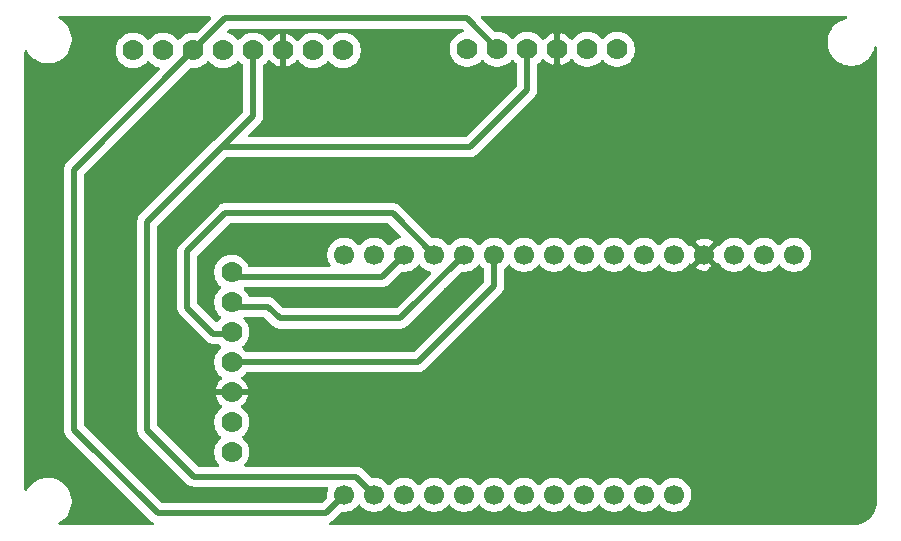
<source format=gbr>
%TF.GenerationSoftware,KiCad,Pcbnew,9.0.7*%
%TF.CreationDate,2026-02-04T09:14:49-08:00*%
%TF.ProjectId,BasicDatalogger,42617369-6344-4617-9461-6c6f67676572,rev?*%
%TF.SameCoordinates,Original*%
%TF.FileFunction,Copper,L3,Inr*%
%TF.FilePolarity,Positive*%
%FSLAX46Y46*%
G04 Gerber Fmt 4.6, Leading zero omitted, Abs format (unit mm)*
G04 Created by KiCad (PCBNEW 9.0.7) date 2026-02-04 09:14:49*
%MOMM*%
%LPD*%
G01*
G04 APERTURE LIST*
%TA.AperFunction,ComponentPad*%
%ADD10C,1.700000*%
%TD*%
%TA.AperFunction,ComponentPad*%
%ADD11C,1.778000*%
%TD*%
%TA.AperFunction,ViaPad*%
%ADD12C,0.900000*%
%TD*%
%TA.AperFunction,Conductor*%
%ADD13C,0.500000*%
%TD*%
G04 APERTURE END LIST*
D10*
%TO.N,unconnected-(U1-RESET-Pad1)*%
%TO.C,U1*%
X139080000Y-50000000D03*
%TO.N,/3V3*%
X136540000Y-50000000D03*
X134000000Y-50000000D03*
%TO.N,/GND*%
X131460000Y-50000000D03*
%TO.N,unconnected-(U1-A0{slash}GPIO26-Pad5)*%
X128920000Y-50000000D03*
%TO.N,unconnected-(U1-A1{slash}GPIO27-Pad6)*%
X126380000Y-50000000D03*
%TO.N,unconnected-(U1-A2{slash}GPIO28-Pad7)*%
X123840000Y-50000000D03*
%TO.N,unconnected-(U1-A3{slash}GPIO29-Pad8)*%
X121300000Y-50000000D03*
%TO.N,unconnected-(U1-D24{slash}GPIO24-Pad9)*%
X118760000Y-50000000D03*
%TO.N,unconnected-(U1-D25{slash}GPIO25-Pad10)*%
X116220000Y-50000000D03*
%TO.N,/SCK*%
X113680000Y-50000000D03*
%TO.N,/MOSI*%
X111140000Y-50000000D03*
%TO.N,/MISO*%
X108600000Y-50000000D03*
%TO.N,/CS*%
X106060000Y-50000000D03*
%TO.N,unconnected-(U1-TX{slash}GPIO0-Pad15)*%
X103520000Y-50000000D03*
%TO.N,unconnected-(U1-D4{slash}GPIO6-Pad16)*%
X100980000Y-50000000D03*
%TO.N,/SDA*%
X100980000Y-70320000D03*
%TO.N,/SCL*%
X103520000Y-70320000D03*
%TO.N,unconnected-(U1-D5{slash}GPIO7-Pad19)*%
X106060000Y-70320000D03*
%TO.N,unconnected-(U1-D6{slash}GPIO8-Pad20)*%
X108600000Y-70320000D03*
%TO.N,unconnected-(U1-D9{slash}GPIO9-Pad21)*%
X111140000Y-70320000D03*
%TO.N,unconnected-(U1-D10{slash}GPIO10-Pad22)*%
X113680000Y-70320000D03*
%TO.N,unconnected-(U1-D11{slash}GPIO11-Pad23)*%
X116220000Y-70320000D03*
%TO.N,unconnected-(U1-D12{slash}GPIO12-Pad24)*%
X118760000Y-70320000D03*
%TO.N,unconnected-(U1-D13{slash}GPIO13-Pad25)*%
X121300000Y-70320000D03*
%TO.N,unconnected-(U1-Vbus-Pad26)*%
X123840000Y-70320000D03*
%TO.N,unconnected-(U1-ENABLE-Pad27)*%
X126380000Y-70320000D03*
%TO.N,unconnected-(U1-VBat-Pad28)*%
X128920000Y-70320000D03*
%TD*%
D11*
%TO.N,/3V3*%
%TO.C,U2*%
X100890000Y-32700000D03*
%TO.N,unconnected-(U2-3Vo-Pad2)*%
X98350000Y-32700000D03*
%TO.N,/GND*%
X95810000Y-32700000D03*
%TO.N,/SCL*%
X93270000Y-32700000D03*
%TO.N,unconnected-(U2-SDO-Pad5)*%
X90730000Y-32700000D03*
%TO.N,/SDA*%
X88190000Y-32700000D03*
%TO.N,unconnected-(U2-CS-Pad7)*%
X85650000Y-32700000D03*
%TO.N,unconnected-(U2-INT-Pad8)*%
X83110000Y-32700000D03*
%TD*%
%TO.N,/3V3*%
%TO.C,U4*%
X91450000Y-66720000D03*
%TO.N,unconnected-(U4-3V3-Pad2)*%
X91450000Y-64180000D03*
%TO.N,/GND*%
X91450000Y-61640000D03*
%TO.N,/SCK*%
X91450000Y-59100000D03*
%TO.N,/MISO*%
X91450000Y-56560000D03*
%TO.N,/MOSI*%
X91450000Y-54020000D03*
%TO.N,/CS*%
X91450000Y-51480000D03*
%TD*%
%TO.N,/3V3*%
%TO.C,U3*%
X124100000Y-32600000D03*
%TO.N,unconnected-(U3-3Vo-Pad2)*%
X121560000Y-32600000D03*
%TO.N,/GND*%
X119020000Y-32600000D03*
%TO.N,/SCL*%
X116480000Y-32600000D03*
%TO.N,/SDA*%
X113940000Y-32600000D03*
%TO.N,unconnected-(U3-INT2-Pad6)*%
X111400000Y-32600000D03*
%TD*%
D12*
%TO.N,/GND*%
X132200000Y-51400000D03*
X132600000Y-48200000D03*
X109600000Y-63400000D03*
X100600000Y-63400000D03*
X119000000Y-31000000D03*
X80800000Y-34800000D03*
X109800000Y-53200000D03*
X126200000Y-60800000D03*
X132600000Y-53800000D03*
X93400000Y-61700000D03*
X80200000Y-54200000D03*
X97900000Y-53800000D03*
X79700000Y-70900000D03*
X97100000Y-49800000D03*
X88400000Y-38200000D03*
X123600000Y-45400000D03*
X89800000Y-62600000D03*
X97000000Y-70400000D03*
X95800000Y-34400000D03*
X119000000Y-34200000D03*
%TD*%
D13*
%TO.N,/SCL*%
X93270000Y-38230000D02*
X90600000Y-40900000D01*
X93270000Y-32700000D02*
X93270000Y-38230000D01*
%TO.N,/SDA*%
X88190000Y-32700000D02*
X78100000Y-42790000D01*
X78100000Y-42790000D02*
X78100000Y-64800000D01*
X91800000Y-30000000D02*
X90890000Y-30000000D01*
X91800000Y-30000000D02*
X111340000Y-30000000D01*
X90890000Y-30000000D02*
X88190000Y-32700000D01*
%TO.N,/SCL*%
X116480000Y-32600000D02*
X116480000Y-36020000D01*
X116480000Y-36020000D02*
X111600000Y-40900000D01*
%TO.N,/SCK*%
X91980000Y-59100000D02*
X107200000Y-59100000D01*
%TO.N,/CS*%
X104171001Y-51888999D02*
X106060000Y-50000000D01*
X91500000Y-51000000D02*
X91500000Y-51480000D01*
X91500000Y-51480000D02*
X91908999Y-51888999D01*
X91908999Y-51888999D02*
X104171001Y-51888999D01*
%TO.N,/SCK*%
X107200000Y-59100000D02*
X113680000Y-52620000D01*
X113680000Y-52620000D02*
X113680000Y-50000000D01*
X91500000Y-58620000D02*
X91980000Y-59100000D01*
%TO.N,/MOSI*%
X94500000Y-54400000D02*
X91830000Y-54400000D01*
X105740000Y-55400000D02*
X95500000Y-55400000D01*
X95500000Y-55400000D02*
X94500000Y-54400000D01*
X111140000Y-50000000D02*
X105740000Y-55400000D01*
X91830000Y-54400000D02*
X91450000Y-54020000D01*
%TO.N,/MISO*%
X90900000Y-46500000D02*
X105100000Y-46500000D01*
X105100000Y-46500000D02*
X108600000Y-50000000D01*
X87700000Y-54500000D02*
X87700000Y-49700000D01*
X87700000Y-49700000D02*
X90900000Y-46500000D01*
X89900000Y-56700000D02*
X87700000Y-54500000D01*
X91360000Y-56700000D02*
X89900000Y-56700000D01*
X91500000Y-56560000D02*
X91360000Y-56700000D01*
%TO.N,/SCL*%
X111600000Y-40900000D02*
X103100000Y-40900000D01*
X102000000Y-68800000D02*
X103520000Y-70320000D01*
X84300000Y-64800000D02*
X88300000Y-68800000D01*
X88300000Y-68800000D02*
X102000000Y-68800000D01*
X100100000Y-40900000D02*
X90600000Y-40900000D01*
X84300000Y-47200000D02*
X84300000Y-64800000D01*
X90600000Y-40900000D02*
X84300000Y-47200000D01*
X103100000Y-40900000D02*
X100100000Y-40900000D01*
%TO.N,/SDA*%
X111340000Y-30000000D02*
X113940000Y-32600000D01*
X78100000Y-64800000D02*
X85200000Y-71900000D01*
X85200000Y-71900000D02*
X99400000Y-71900000D01*
X99400000Y-71900000D02*
X100980000Y-70320000D01*
%TD*%
%TA.AperFunction,Conductor*%
%TO.N,/GND*%
G36*
X89654388Y-29820185D02*
G01*
X89700143Y-29872989D01*
X89710087Y-29942147D01*
X89681062Y-30005703D01*
X89675030Y-30012181D01*
X88498212Y-31188997D01*
X88436889Y-31222482D01*
X88391133Y-31223789D01*
X88307231Y-31210500D01*
X88307226Y-31210500D01*
X88072774Y-31210500D01*
X88072769Y-31210500D01*
X87841207Y-31247175D01*
X87618225Y-31319627D01*
X87409331Y-31426065D01*
X87357291Y-31463875D01*
X87219656Y-31563873D01*
X87219654Y-31563875D01*
X87219653Y-31563875D01*
X87053872Y-31729656D01*
X87020317Y-31775841D01*
X86964987Y-31818506D01*
X86895373Y-31824484D01*
X86833579Y-31791877D01*
X86819683Y-31775841D01*
X86786127Y-31729656D01*
X86620346Y-31563875D01*
X86620344Y-31563873D01*
X86430668Y-31426065D01*
X86221774Y-31319627D01*
X85998792Y-31247175D01*
X85767231Y-31210500D01*
X85767226Y-31210500D01*
X85532774Y-31210500D01*
X85532769Y-31210500D01*
X85301207Y-31247175D01*
X85078225Y-31319627D01*
X84869331Y-31426065D01*
X84817291Y-31463875D01*
X84679656Y-31563873D01*
X84679654Y-31563875D01*
X84679653Y-31563875D01*
X84513872Y-31729656D01*
X84480317Y-31775841D01*
X84424987Y-31818506D01*
X84355373Y-31824484D01*
X84293579Y-31791877D01*
X84279683Y-31775841D01*
X84246127Y-31729656D01*
X84080346Y-31563875D01*
X84080344Y-31563873D01*
X83890668Y-31426065D01*
X83681774Y-31319627D01*
X83458792Y-31247175D01*
X83227231Y-31210500D01*
X83227226Y-31210500D01*
X82992774Y-31210500D01*
X82992769Y-31210500D01*
X82761207Y-31247175D01*
X82538225Y-31319627D01*
X82329331Y-31426065D01*
X82277291Y-31463875D01*
X82139656Y-31563873D01*
X82139654Y-31563875D01*
X82139653Y-31563875D01*
X81973875Y-31729653D01*
X81973875Y-31729654D01*
X81973873Y-31729656D01*
X81940318Y-31775841D01*
X81836065Y-31919331D01*
X81729627Y-32128225D01*
X81657175Y-32351207D01*
X81620500Y-32582768D01*
X81620500Y-32817231D01*
X81657175Y-33048792D01*
X81729627Y-33271774D01*
X81814665Y-33438669D01*
X81836065Y-33480668D01*
X81973873Y-33670344D01*
X82139656Y-33836127D01*
X82329332Y-33973935D01*
X82353755Y-33986379D01*
X82538225Y-34080372D01*
X82538227Y-34080372D01*
X82538230Y-34080374D01*
X82657752Y-34119209D01*
X82761207Y-34152824D01*
X82992769Y-34189500D01*
X82992774Y-34189500D01*
X83227231Y-34189500D01*
X83458792Y-34152824D01*
X83475245Y-34147478D01*
X83681770Y-34080374D01*
X83890668Y-33973935D01*
X84080344Y-33836127D01*
X84246127Y-33670344D01*
X84279682Y-33624158D01*
X84335011Y-33581493D01*
X84404625Y-33575514D01*
X84466420Y-33608119D01*
X84480315Y-33624155D01*
X84513873Y-33670344D01*
X84679656Y-33836127D01*
X84869332Y-33973935D01*
X85078230Y-34080374D01*
X85284757Y-34147478D01*
X85342432Y-34186915D01*
X85369630Y-34251274D01*
X85357715Y-34320120D01*
X85334119Y-34353090D01*
X77439375Y-42247834D01*
X77439372Y-42247838D01*
X77346299Y-42387130D01*
X77346292Y-42387143D01*
X77300962Y-42496583D01*
X77282185Y-42541913D01*
X77282182Y-42541925D01*
X77249500Y-42706228D01*
X77249500Y-64883771D01*
X77264796Y-64960668D01*
X77282181Y-65048073D01*
X77282184Y-65048082D01*
X77346296Y-65202863D01*
X77346297Y-65202866D01*
X77439372Y-65342161D01*
X77439375Y-65342165D01*
X84539374Y-72442162D01*
X84633644Y-72536432D01*
X84657839Y-72560627D01*
X84727015Y-72606849D01*
X84797137Y-72653703D01*
X84797138Y-72653703D01*
X84797139Y-72653704D01*
X84797141Y-72653705D01*
X84814605Y-72660939D01*
X84869009Y-72704780D01*
X84891074Y-72771074D01*
X84873795Y-72838773D01*
X84822658Y-72886384D01*
X84767153Y-72899500D01*
X76900538Y-72899500D01*
X76833499Y-72879815D01*
X76787744Y-72827011D01*
X76777800Y-72757853D01*
X76806825Y-72694297D01*
X76838538Y-72668113D01*
X77013803Y-72566924D01*
X77022013Y-72560624D01*
X77221851Y-72407282D01*
X77221855Y-72407277D01*
X77221860Y-72407274D01*
X77407274Y-72221860D01*
X77407277Y-72221855D01*
X77407282Y-72221851D01*
X77566924Y-72013803D01*
X77698043Y-71786697D01*
X77798398Y-71544419D01*
X77866270Y-71291116D01*
X77900500Y-71031120D01*
X77900500Y-70768880D01*
X77866270Y-70508884D01*
X77798398Y-70255581D01*
X77777796Y-70205843D01*
X77698046Y-70013309D01*
X77698041Y-70013299D01*
X77566924Y-69786196D01*
X77407281Y-69578148D01*
X77407274Y-69578140D01*
X77221860Y-69392726D01*
X77221851Y-69392718D01*
X77013803Y-69233075D01*
X76786700Y-69101958D01*
X76786690Y-69101953D01*
X76544428Y-69001605D01*
X76544421Y-69001603D01*
X76544419Y-69001602D01*
X76291116Y-68933730D01*
X76233339Y-68926123D01*
X76031127Y-68899500D01*
X76031120Y-68899500D01*
X75768880Y-68899500D01*
X75768872Y-68899500D01*
X75537772Y-68929926D01*
X75508884Y-68933730D01*
X75351992Y-68975769D01*
X75255581Y-69001602D01*
X75255571Y-69001605D01*
X75013309Y-69101953D01*
X75013299Y-69101958D01*
X74786196Y-69233075D01*
X74578148Y-69392718D01*
X74392718Y-69578148D01*
X74233075Y-69786196D01*
X74131887Y-69961462D01*
X74081320Y-70009677D01*
X74012713Y-70022901D01*
X73947849Y-69996933D01*
X73907320Y-69940019D01*
X73900500Y-69899462D01*
X73900500Y-32800537D01*
X73920185Y-32733498D01*
X73972989Y-32687743D01*
X74042147Y-32677799D01*
X74105703Y-32706824D01*
X74131887Y-32738538D01*
X74233072Y-32913798D01*
X74233074Y-32913802D01*
X74392718Y-33121851D01*
X74392726Y-33121860D01*
X74578140Y-33307274D01*
X74578148Y-33307281D01*
X74786196Y-33466924D01*
X75013299Y-33598041D01*
X75013309Y-33598046D01*
X75255571Y-33698394D01*
X75255581Y-33698398D01*
X75508884Y-33766270D01*
X75768880Y-33800500D01*
X75768887Y-33800500D01*
X76031113Y-33800500D01*
X76031120Y-33800500D01*
X76291116Y-33766270D01*
X76544419Y-33698398D01*
X76723648Y-33624159D01*
X76786690Y-33598046D01*
X76786691Y-33598045D01*
X76786697Y-33598043D01*
X77013803Y-33466924D01*
X77221851Y-33307282D01*
X77221855Y-33307277D01*
X77221860Y-33307274D01*
X77407274Y-33121860D01*
X77407277Y-33121855D01*
X77407282Y-33121851D01*
X77566924Y-32913803D01*
X77698043Y-32686697D01*
X77798398Y-32444419D01*
X77866270Y-32191116D01*
X77900500Y-31931120D01*
X77900500Y-31668880D01*
X77866270Y-31408884D01*
X77798398Y-31155581D01*
X77789399Y-31133856D01*
X77698046Y-30913309D01*
X77698041Y-30913299D01*
X77566924Y-30686196D01*
X77407281Y-30478148D01*
X77407274Y-30478140D01*
X77221860Y-30292726D01*
X77221851Y-30292718D01*
X77013803Y-30133075D01*
X76838538Y-30031887D01*
X76790323Y-29981320D01*
X76777099Y-29912713D01*
X76803067Y-29847849D01*
X76859981Y-29807320D01*
X76900538Y-29800500D01*
X89587349Y-29800500D01*
X89654388Y-29820185D01*
G37*
%TD.AperFunction*%
%TA.AperFunction,Conductor*%
G36*
X143504477Y-29820185D02*
G01*
X143550232Y-29872989D01*
X143560176Y-29942147D01*
X143531151Y-30005703D01*
X143472373Y-30043477D01*
X143469565Y-30044265D01*
X143339859Y-30079020D01*
X143255581Y-30101602D01*
X143255571Y-30101605D01*
X143013309Y-30201953D01*
X143013299Y-30201958D01*
X142786196Y-30333075D01*
X142578148Y-30492718D01*
X142392718Y-30678148D01*
X142233075Y-30886196D01*
X142101958Y-31113299D01*
X142101953Y-31113309D01*
X142001605Y-31355571D01*
X142001602Y-31355581D01*
X141972586Y-31463873D01*
X141933730Y-31608885D01*
X141899500Y-31868872D01*
X141899500Y-32131127D01*
X141921721Y-32299901D01*
X141933730Y-32391116D01*
X141998831Y-32634076D01*
X142001602Y-32644418D01*
X142001605Y-32644428D01*
X142101953Y-32886690D01*
X142101958Y-32886700D01*
X142233075Y-33113803D01*
X142392718Y-33321851D01*
X142392726Y-33321860D01*
X142578140Y-33507274D01*
X142578148Y-33507281D01*
X142578149Y-33507282D01*
X142619053Y-33538669D01*
X142786196Y-33666924D01*
X143013299Y-33798041D01*
X143013309Y-33798046D01*
X143228636Y-33887237D01*
X143255581Y-33898398D01*
X143508884Y-33966270D01*
X143768880Y-34000500D01*
X143768887Y-34000500D01*
X144031113Y-34000500D01*
X144031120Y-34000500D01*
X144291116Y-33966270D01*
X144544419Y-33898398D01*
X144735282Y-33819340D01*
X144786690Y-33798046D01*
X144786691Y-33798045D01*
X144786697Y-33798043D01*
X145013803Y-33666924D01*
X145221851Y-33507282D01*
X145221855Y-33507277D01*
X145221860Y-33507274D01*
X145407274Y-33321860D01*
X145407277Y-33321855D01*
X145407282Y-33321851D01*
X145566924Y-33113803D01*
X145698043Y-32886697D01*
X145798398Y-32644419D01*
X145855725Y-32430467D01*
X145892090Y-32370808D01*
X145954937Y-32340279D01*
X146024312Y-32348574D01*
X146078190Y-32393059D01*
X146099465Y-32459611D01*
X146099500Y-32462562D01*
X146099500Y-70895933D01*
X146099235Y-70904043D01*
X146082925Y-71152883D01*
X146080807Y-71168964D01*
X146032954Y-71409535D01*
X146028756Y-71425202D01*
X145949909Y-71657479D01*
X145943702Y-71672465D01*
X145835212Y-71892460D01*
X145827102Y-71906507D01*
X145690825Y-72110460D01*
X145680951Y-72123328D01*
X145519218Y-72307749D01*
X145507749Y-72319218D01*
X145323328Y-72480951D01*
X145310460Y-72490825D01*
X145106507Y-72627102D01*
X145092460Y-72635212D01*
X144872465Y-72743702D01*
X144857479Y-72749909D01*
X144625202Y-72828756D01*
X144609535Y-72832954D01*
X144368964Y-72880807D01*
X144352883Y-72882925D01*
X144104043Y-72899235D01*
X144095933Y-72899500D01*
X99832848Y-72899500D01*
X99765809Y-72879815D01*
X99720054Y-72827011D01*
X99710110Y-72757853D01*
X99739135Y-72694297D01*
X99785392Y-72660940D01*
X99802863Y-72653704D01*
X99942162Y-72560627D01*
X100705875Y-71796912D01*
X100767196Y-71763429D01*
X100812947Y-71762122D01*
X100865843Y-71770500D01*
X100865845Y-71770500D01*
X101094162Y-71770500D01*
X101319660Y-71734784D01*
X101536799Y-71664231D01*
X101740228Y-71560579D01*
X101924937Y-71426379D01*
X102086379Y-71264937D01*
X102149682Y-71177807D01*
X102205012Y-71135143D01*
X102274626Y-71129164D01*
X102336421Y-71161770D01*
X102350315Y-71177804D01*
X102413621Y-71264937D01*
X102575063Y-71426379D01*
X102759772Y-71560579D01*
X102855884Y-71609550D01*
X102963196Y-71664229D01*
X102963198Y-71664229D01*
X102963201Y-71664231D01*
X103079592Y-71702049D01*
X103180339Y-71734784D01*
X103405838Y-71770500D01*
X103405843Y-71770500D01*
X103634162Y-71770500D01*
X103859660Y-71734784D01*
X104076799Y-71664231D01*
X104280228Y-71560579D01*
X104464937Y-71426379D01*
X104626379Y-71264937D01*
X104689682Y-71177807D01*
X104745012Y-71135143D01*
X104814626Y-71129164D01*
X104876421Y-71161770D01*
X104890315Y-71177804D01*
X104953621Y-71264937D01*
X105115063Y-71426379D01*
X105299772Y-71560579D01*
X105395884Y-71609550D01*
X105503196Y-71664229D01*
X105503198Y-71664229D01*
X105503201Y-71664231D01*
X105619592Y-71702049D01*
X105720339Y-71734784D01*
X105945838Y-71770500D01*
X105945843Y-71770500D01*
X106174162Y-71770500D01*
X106399660Y-71734784D01*
X106616799Y-71664231D01*
X106820228Y-71560579D01*
X107004937Y-71426379D01*
X107166379Y-71264937D01*
X107229682Y-71177807D01*
X107285012Y-71135143D01*
X107354626Y-71129164D01*
X107416421Y-71161770D01*
X107430315Y-71177804D01*
X107493621Y-71264937D01*
X107655063Y-71426379D01*
X107839772Y-71560579D01*
X107935884Y-71609550D01*
X108043196Y-71664229D01*
X108043198Y-71664229D01*
X108043201Y-71664231D01*
X108159592Y-71702049D01*
X108260339Y-71734784D01*
X108485838Y-71770500D01*
X108485843Y-71770500D01*
X108714162Y-71770500D01*
X108939660Y-71734784D01*
X109156799Y-71664231D01*
X109360228Y-71560579D01*
X109544937Y-71426379D01*
X109706379Y-71264937D01*
X109769682Y-71177807D01*
X109825012Y-71135143D01*
X109894626Y-71129164D01*
X109956421Y-71161770D01*
X109970315Y-71177804D01*
X110033621Y-71264937D01*
X110195063Y-71426379D01*
X110379772Y-71560579D01*
X110475884Y-71609550D01*
X110583196Y-71664229D01*
X110583198Y-71664229D01*
X110583201Y-71664231D01*
X110699592Y-71702049D01*
X110800339Y-71734784D01*
X111025838Y-71770500D01*
X111025843Y-71770500D01*
X111254162Y-71770500D01*
X111479660Y-71734784D01*
X111696799Y-71664231D01*
X111900228Y-71560579D01*
X112084937Y-71426379D01*
X112246379Y-71264937D01*
X112309682Y-71177807D01*
X112365012Y-71135143D01*
X112434626Y-71129164D01*
X112496421Y-71161770D01*
X112510315Y-71177804D01*
X112573621Y-71264937D01*
X112735063Y-71426379D01*
X112919772Y-71560579D01*
X113015884Y-71609550D01*
X113123196Y-71664229D01*
X113123198Y-71664229D01*
X113123201Y-71664231D01*
X113239592Y-71702049D01*
X113340339Y-71734784D01*
X113565838Y-71770500D01*
X113565843Y-71770500D01*
X113794162Y-71770500D01*
X114019660Y-71734784D01*
X114236799Y-71664231D01*
X114440228Y-71560579D01*
X114624937Y-71426379D01*
X114786379Y-71264937D01*
X114849682Y-71177807D01*
X114905012Y-71135143D01*
X114974626Y-71129164D01*
X115036421Y-71161770D01*
X115050315Y-71177804D01*
X115113621Y-71264937D01*
X115275063Y-71426379D01*
X115459772Y-71560579D01*
X115555884Y-71609550D01*
X115663196Y-71664229D01*
X115663198Y-71664229D01*
X115663201Y-71664231D01*
X115779592Y-71702049D01*
X115880339Y-71734784D01*
X116105838Y-71770500D01*
X116105843Y-71770500D01*
X116334162Y-71770500D01*
X116559660Y-71734784D01*
X116776799Y-71664231D01*
X116980228Y-71560579D01*
X117164937Y-71426379D01*
X117326379Y-71264937D01*
X117389682Y-71177807D01*
X117445012Y-71135143D01*
X117514626Y-71129164D01*
X117576421Y-71161770D01*
X117590315Y-71177804D01*
X117653621Y-71264937D01*
X117815063Y-71426379D01*
X117999772Y-71560579D01*
X118095884Y-71609550D01*
X118203196Y-71664229D01*
X118203198Y-71664229D01*
X118203201Y-71664231D01*
X118319592Y-71702049D01*
X118420339Y-71734784D01*
X118645838Y-71770500D01*
X118645843Y-71770500D01*
X118874162Y-71770500D01*
X119099660Y-71734784D01*
X119316799Y-71664231D01*
X119520228Y-71560579D01*
X119704937Y-71426379D01*
X119866379Y-71264937D01*
X119929682Y-71177807D01*
X119985012Y-71135143D01*
X120054626Y-71129164D01*
X120116421Y-71161770D01*
X120130315Y-71177804D01*
X120193621Y-71264937D01*
X120355063Y-71426379D01*
X120539772Y-71560579D01*
X120635884Y-71609550D01*
X120743196Y-71664229D01*
X120743198Y-71664229D01*
X120743201Y-71664231D01*
X120859592Y-71702049D01*
X120960339Y-71734784D01*
X121185838Y-71770500D01*
X121185843Y-71770500D01*
X121414162Y-71770500D01*
X121639660Y-71734784D01*
X121856799Y-71664231D01*
X122060228Y-71560579D01*
X122244937Y-71426379D01*
X122406379Y-71264937D01*
X122469682Y-71177807D01*
X122525012Y-71135143D01*
X122594626Y-71129164D01*
X122656421Y-71161770D01*
X122670315Y-71177804D01*
X122733621Y-71264937D01*
X122895063Y-71426379D01*
X123079772Y-71560579D01*
X123175884Y-71609550D01*
X123283196Y-71664229D01*
X123283198Y-71664229D01*
X123283201Y-71664231D01*
X123399592Y-71702049D01*
X123500339Y-71734784D01*
X123725838Y-71770500D01*
X123725843Y-71770500D01*
X123954162Y-71770500D01*
X124179660Y-71734784D01*
X124396799Y-71664231D01*
X124600228Y-71560579D01*
X124784937Y-71426379D01*
X124946379Y-71264937D01*
X125009682Y-71177807D01*
X125065012Y-71135143D01*
X125134626Y-71129164D01*
X125196421Y-71161770D01*
X125210315Y-71177804D01*
X125273621Y-71264937D01*
X125435063Y-71426379D01*
X125619772Y-71560579D01*
X125715884Y-71609550D01*
X125823196Y-71664229D01*
X125823198Y-71664229D01*
X125823201Y-71664231D01*
X125939592Y-71702049D01*
X126040339Y-71734784D01*
X126265838Y-71770500D01*
X126265843Y-71770500D01*
X126494162Y-71770500D01*
X126719660Y-71734784D01*
X126936799Y-71664231D01*
X127140228Y-71560579D01*
X127324937Y-71426379D01*
X127486379Y-71264937D01*
X127549682Y-71177807D01*
X127605012Y-71135143D01*
X127674626Y-71129164D01*
X127736421Y-71161770D01*
X127750315Y-71177804D01*
X127813621Y-71264937D01*
X127975063Y-71426379D01*
X128159772Y-71560579D01*
X128255884Y-71609550D01*
X128363196Y-71664229D01*
X128363198Y-71664229D01*
X128363201Y-71664231D01*
X128479592Y-71702049D01*
X128580339Y-71734784D01*
X128805838Y-71770500D01*
X128805843Y-71770500D01*
X129034162Y-71770500D01*
X129259660Y-71734784D01*
X129476799Y-71664231D01*
X129680228Y-71560579D01*
X129864937Y-71426379D01*
X130026379Y-71264937D01*
X130160579Y-71080228D01*
X130264231Y-70876799D01*
X130334784Y-70659660D01*
X130345164Y-70594125D01*
X130370500Y-70434162D01*
X130370500Y-70205837D01*
X130334784Y-69980339D01*
X130302049Y-69879592D01*
X130264231Y-69763201D01*
X130264229Y-69763198D01*
X130264229Y-69763196D01*
X130190000Y-69617514D01*
X130160579Y-69559772D01*
X130026379Y-69375063D01*
X129864937Y-69213621D01*
X129680228Y-69079421D01*
X129476803Y-68975770D01*
X129259660Y-68905215D01*
X129034162Y-68869500D01*
X129034157Y-68869500D01*
X128805843Y-68869500D01*
X128805838Y-68869500D01*
X128580339Y-68905215D01*
X128363196Y-68975770D01*
X128159771Y-69079421D01*
X127975061Y-69213622D01*
X127813623Y-69375060D01*
X127813616Y-69375069D01*
X127750317Y-69462191D01*
X127694987Y-69504857D01*
X127625373Y-69510835D01*
X127563579Y-69478228D01*
X127549683Y-69462191D01*
X127486383Y-69375069D01*
X127486379Y-69375063D01*
X127324937Y-69213621D01*
X127140228Y-69079421D01*
X126936803Y-68975770D01*
X126719660Y-68905215D01*
X126494162Y-68869500D01*
X126494157Y-68869500D01*
X126265843Y-68869500D01*
X126265838Y-68869500D01*
X126040339Y-68905215D01*
X125823196Y-68975770D01*
X125619771Y-69079421D01*
X125435061Y-69213622D01*
X125273623Y-69375060D01*
X125273616Y-69375069D01*
X125210317Y-69462191D01*
X125154987Y-69504857D01*
X125085373Y-69510835D01*
X125023579Y-69478228D01*
X125009683Y-69462191D01*
X124946383Y-69375069D01*
X124946379Y-69375063D01*
X124784937Y-69213621D01*
X124600228Y-69079421D01*
X124396803Y-68975770D01*
X124179660Y-68905215D01*
X123954162Y-68869500D01*
X123954157Y-68869500D01*
X123725843Y-68869500D01*
X123725838Y-68869500D01*
X123500339Y-68905215D01*
X123283196Y-68975770D01*
X123079771Y-69079421D01*
X122895061Y-69213622D01*
X122733623Y-69375060D01*
X122733616Y-69375069D01*
X122670317Y-69462191D01*
X122614987Y-69504857D01*
X122545373Y-69510835D01*
X122483579Y-69478228D01*
X122469683Y-69462191D01*
X122406383Y-69375069D01*
X122406379Y-69375063D01*
X122244937Y-69213621D01*
X122060228Y-69079421D01*
X121856803Y-68975770D01*
X121639660Y-68905215D01*
X121414162Y-68869500D01*
X121414157Y-68869500D01*
X121185843Y-68869500D01*
X121185838Y-68869500D01*
X120960339Y-68905215D01*
X120743196Y-68975770D01*
X120539771Y-69079421D01*
X120355061Y-69213622D01*
X120193623Y-69375060D01*
X120193616Y-69375069D01*
X120130317Y-69462191D01*
X120074987Y-69504857D01*
X120005373Y-69510835D01*
X119943579Y-69478228D01*
X119929683Y-69462191D01*
X119866383Y-69375069D01*
X119866379Y-69375063D01*
X119704937Y-69213621D01*
X119520228Y-69079421D01*
X119316803Y-68975770D01*
X119099660Y-68905215D01*
X118874162Y-68869500D01*
X118874157Y-68869500D01*
X118645843Y-68869500D01*
X118645838Y-68869500D01*
X118420339Y-68905215D01*
X118203196Y-68975770D01*
X117999771Y-69079421D01*
X117815061Y-69213622D01*
X117653623Y-69375060D01*
X117653616Y-69375069D01*
X117590317Y-69462191D01*
X117534987Y-69504857D01*
X117465373Y-69510835D01*
X117403579Y-69478228D01*
X117389683Y-69462191D01*
X117326383Y-69375069D01*
X117326379Y-69375063D01*
X117164937Y-69213621D01*
X116980228Y-69079421D01*
X116776803Y-68975770D01*
X116559660Y-68905215D01*
X116334162Y-68869500D01*
X116334157Y-68869500D01*
X116105843Y-68869500D01*
X116105838Y-68869500D01*
X115880339Y-68905215D01*
X115663196Y-68975770D01*
X115459771Y-69079421D01*
X115275061Y-69213622D01*
X115113623Y-69375060D01*
X115113616Y-69375069D01*
X115050317Y-69462191D01*
X114994987Y-69504857D01*
X114925373Y-69510835D01*
X114863579Y-69478228D01*
X114849683Y-69462191D01*
X114786383Y-69375069D01*
X114786379Y-69375063D01*
X114624937Y-69213621D01*
X114440228Y-69079421D01*
X114236803Y-68975770D01*
X114019660Y-68905215D01*
X113794162Y-68869500D01*
X113794157Y-68869500D01*
X113565843Y-68869500D01*
X113565838Y-68869500D01*
X113340339Y-68905215D01*
X113123196Y-68975770D01*
X112919771Y-69079421D01*
X112735061Y-69213622D01*
X112573623Y-69375060D01*
X112573616Y-69375069D01*
X112510317Y-69462191D01*
X112454987Y-69504857D01*
X112385373Y-69510835D01*
X112323579Y-69478228D01*
X112309683Y-69462191D01*
X112246383Y-69375069D01*
X112246379Y-69375063D01*
X112084937Y-69213621D01*
X111900228Y-69079421D01*
X111696803Y-68975770D01*
X111479660Y-68905215D01*
X111254162Y-68869500D01*
X111254157Y-68869500D01*
X111025843Y-68869500D01*
X111025838Y-68869500D01*
X110800339Y-68905215D01*
X110583196Y-68975770D01*
X110379771Y-69079421D01*
X110195061Y-69213622D01*
X110033623Y-69375060D01*
X110033616Y-69375069D01*
X109970317Y-69462191D01*
X109914987Y-69504857D01*
X109845373Y-69510835D01*
X109783579Y-69478228D01*
X109769683Y-69462191D01*
X109706383Y-69375069D01*
X109706379Y-69375063D01*
X109544937Y-69213621D01*
X109360228Y-69079421D01*
X109156803Y-68975770D01*
X108939660Y-68905215D01*
X108714162Y-68869500D01*
X108714157Y-68869500D01*
X108485843Y-68869500D01*
X108485838Y-68869500D01*
X108260339Y-68905215D01*
X108043196Y-68975770D01*
X107839771Y-69079421D01*
X107655061Y-69213622D01*
X107493623Y-69375060D01*
X107493616Y-69375069D01*
X107430317Y-69462191D01*
X107374987Y-69504857D01*
X107305373Y-69510835D01*
X107243579Y-69478228D01*
X107229683Y-69462191D01*
X107166383Y-69375069D01*
X107166379Y-69375063D01*
X107004937Y-69213621D01*
X106820228Y-69079421D01*
X106616803Y-68975770D01*
X106399660Y-68905215D01*
X106174162Y-68869500D01*
X106174157Y-68869500D01*
X105945843Y-68869500D01*
X105945838Y-68869500D01*
X105720339Y-68905215D01*
X105503196Y-68975770D01*
X105299771Y-69079421D01*
X105115061Y-69213622D01*
X104953623Y-69375060D01*
X104953616Y-69375069D01*
X104890317Y-69462191D01*
X104834987Y-69504857D01*
X104765373Y-69510835D01*
X104703579Y-69478228D01*
X104689683Y-69462191D01*
X104626383Y-69375069D01*
X104626379Y-69375063D01*
X104464937Y-69213621D01*
X104280228Y-69079421D01*
X104076803Y-68975770D01*
X103859660Y-68905215D01*
X103634162Y-68869500D01*
X103634157Y-68869500D01*
X103405843Y-68869500D01*
X103405837Y-68869500D01*
X103352951Y-68877876D01*
X103283658Y-68868921D01*
X103245873Y-68843084D01*
X102542165Y-68139375D01*
X102542161Y-68139372D01*
X102402869Y-68046299D01*
X102402856Y-68046292D01*
X102276451Y-67993935D01*
X102248082Y-67982184D01*
X102248074Y-67982182D01*
X102083771Y-67949500D01*
X102083767Y-67949500D01*
X92626333Y-67949500D01*
X92559294Y-67929815D01*
X92513539Y-67877011D01*
X92503595Y-67807853D01*
X92532620Y-67744297D01*
X92538652Y-67737819D01*
X92586127Y-67690344D01*
X92723935Y-67500668D01*
X92830374Y-67291770D01*
X92902824Y-67068792D01*
X92939500Y-66837231D01*
X92939500Y-66602768D01*
X92902824Y-66371207D01*
X92830372Y-66148225D01*
X92723934Y-65939331D01*
X92586127Y-65749656D01*
X92420344Y-65583873D01*
X92374158Y-65550317D01*
X92331493Y-65494989D01*
X92325514Y-65425375D01*
X92358119Y-65363580D01*
X92374158Y-65349683D01*
X92420344Y-65316127D01*
X92586127Y-65150344D01*
X92723935Y-64960668D01*
X92830374Y-64751770D01*
X92902824Y-64528792D01*
X92923801Y-64396349D01*
X92939500Y-64297231D01*
X92939500Y-64062768D01*
X92902824Y-63831207D01*
X92830372Y-63608225D01*
X92723934Y-63399331D01*
X92586127Y-63209656D01*
X92420344Y-63043873D01*
X92288669Y-62948205D01*
X92246004Y-62892874D01*
X92240025Y-62823261D01*
X92272631Y-62761466D01*
X92288671Y-62747568D01*
X92354869Y-62699473D01*
X92509471Y-62544871D01*
X92509475Y-62544866D01*
X92637976Y-62367998D01*
X92737237Y-62173191D01*
X92737238Y-62173188D01*
X92804798Y-61965258D01*
X92816718Y-61890000D01*
X91883012Y-61890000D01*
X91915925Y-61832993D01*
X91950000Y-61705826D01*
X91950000Y-61574174D01*
X91915925Y-61447007D01*
X91883012Y-61390000D01*
X92816718Y-61390000D01*
X92804798Y-61314741D01*
X92737238Y-61106811D01*
X92737237Y-61106808D01*
X92637976Y-60912001D01*
X92509475Y-60735133D01*
X92509471Y-60735128D01*
X92354871Y-60580528D01*
X92354866Y-60580524D01*
X92288670Y-60532430D01*
X92246004Y-60477101D01*
X92240025Y-60407487D01*
X92272630Y-60345692D01*
X92288670Y-60331794D01*
X92291150Y-60329991D01*
X92420344Y-60236127D01*
X92586127Y-60070344D01*
X92636062Y-60001613D01*
X92691392Y-59958949D01*
X92736380Y-59950500D01*
X107283768Y-59950500D01*
X107283769Y-59950499D01*
X107338538Y-59939605D01*
X107448074Y-59917818D01*
X107448078Y-59917816D01*
X107448082Y-59917816D01*
X107493415Y-59899037D01*
X107602863Y-59853704D01*
X107742162Y-59760627D01*
X114340627Y-53162162D01*
X114433704Y-53022863D01*
X114497816Y-52868081D01*
X114507347Y-52820165D01*
X114523394Y-52739498D01*
X114529893Y-52706817D01*
X114530500Y-52703767D01*
X114530500Y-51238172D01*
X114550185Y-51171133D01*
X114581613Y-51137855D01*
X114624937Y-51106379D01*
X114786379Y-50944937D01*
X114849682Y-50857807D01*
X114905012Y-50815143D01*
X114974626Y-50809164D01*
X115036421Y-50841770D01*
X115050315Y-50857804D01*
X115113621Y-50944937D01*
X115275063Y-51106379D01*
X115459772Y-51240579D01*
X115555884Y-51289550D01*
X115663196Y-51344229D01*
X115663198Y-51344229D01*
X115663201Y-51344231D01*
X115779592Y-51382049D01*
X115880339Y-51414784D01*
X116105838Y-51450500D01*
X116105843Y-51450500D01*
X116334162Y-51450500D01*
X116559660Y-51414784D01*
X116776799Y-51344231D01*
X116980228Y-51240579D01*
X117164937Y-51106379D01*
X117326379Y-50944937D01*
X117389682Y-50857807D01*
X117445012Y-50815143D01*
X117514626Y-50809164D01*
X117576421Y-50841770D01*
X117590315Y-50857804D01*
X117653621Y-50944937D01*
X117815063Y-51106379D01*
X117999772Y-51240579D01*
X118095884Y-51289550D01*
X118203196Y-51344229D01*
X118203198Y-51344229D01*
X118203201Y-51344231D01*
X118319592Y-51382049D01*
X118420339Y-51414784D01*
X118645838Y-51450500D01*
X118645843Y-51450500D01*
X118874162Y-51450500D01*
X119099660Y-51414784D01*
X119316799Y-51344231D01*
X119520228Y-51240579D01*
X119704937Y-51106379D01*
X119866379Y-50944937D01*
X119929682Y-50857807D01*
X119985012Y-50815143D01*
X120054626Y-50809164D01*
X120116421Y-50841770D01*
X120130315Y-50857804D01*
X120193621Y-50944937D01*
X120355063Y-51106379D01*
X120539772Y-51240579D01*
X120635884Y-51289550D01*
X120743196Y-51344229D01*
X120743198Y-51344229D01*
X120743201Y-51344231D01*
X120859592Y-51382049D01*
X120960339Y-51414784D01*
X121185838Y-51450500D01*
X121185843Y-51450500D01*
X121414162Y-51450500D01*
X121639660Y-51414784D01*
X121856799Y-51344231D01*
X122060228Y-51240579D01*
X122244937Y-51106379D01*
X122406379Y-50944937D01*
X122469682Y-50857807D01*
X122525012Y-50815143D01*
X122594626Y-50809164D01*
X122656421Y-50841770D01*
X122670315Y-50857804D01*
X122733621Y-50944937D01*
X122895063Y-51106379D01*
X123079772Y-51240579D01*
X123175884Y-51289550D01*
X123283196Y-51344229D01*
X123283198Y-51344229D01*
X123283201Y-51344231D01*
X123399592Y-51382049D01*
X123500339Y-51414784D01*
X123725838Y-51450500D01*
X123725843Y-51450500D01*
X123954162Y-51450500D01*
X124179660Y-51414784D01*
X124396799Y-51344231D01*
X124600228Y-51240579D01*
X124784937Y-51106379D01*
X124946379Y-50944937D01*
X125009682Y-50857807D01*
X125065012Y-50815143D01*
X125134626Y-50809164D01*
X125196421Y-50841770D01*
X125210315Y-50857804D01*
X125273621Y-50944937D01*
X125435063Y-51106379D01*
X125619772Y-51240579D01*
X125715884Y-51289550D01*
X125823196Y-51344229D01*
X125823198Y-51344229D01*
X125823201Y-51344231D01*
X125939592Y-51382049D01*
X126040339Y-51414784D01*
X126265838Y-51450500D01*
X126265843Y-51450500D01*
X126494162Y-51450500D01*
X126719660Y-51414784D01*
X126936799Y-51344231D01*
X127140228Y-51240579D01*
X127324937Y-51106379D01*
X127486379Y-50944937D01*
X127549682Y-50857807D01*
X127605012Y-50815143D01*
X127674626Y-50809164D01*
X127736421Y-50841770D01*
X127750315Y-50857804D01*
X127813621Y-50944937D01*
X127975063Y-51106379D01*
X128159772Y-51240579D01*
X128255884Y-51289550D01*
X128363196Y-51344229D01*
X128363198Y-51344229D01*
X128363201Y-51344231D01*
X128479592Y-51382049D01*
X128580339Y-51414784D01*
X128805838Y-51450500D01*
X128805843Y-51450500D01*
X129034162Y-51450500D01*
X129259660Y-51414784D01*
X129476799Y-51344231D01*
X129680228Y-51240579D01*
X129864937Y-51106379D01*
X130026379Y-50944937D01*
X130151796Y-50772316D01*
X130207124Y-50729653D01*
X130276738Y-50723674D01*
X130338532Y-50756280D01*
X130343134Y-50761591D01*
X130344728Y-50761716D01*
X130977037Y-50129408D01*
X130994075Y-50192993D01*
X131059901Y-50307007D01*
X131152993Y-50400099D01*
X131267007Y-50465925D01*
X131330590Y-50482962D01*
X130698282Y-51115269D01*
X130698282Y-51115270D01*
X130752449Y-51154624D01*
X130941782Y-51251095D01*
X131143870Y-51316757D01*
X131353754Y-51350000D01*
X131566246Y-51350000D01*
X131776127Y-51316757D01*
X131776130Y-51316757D01*
X131978217Y-51251095D01*
X132167554Y-51154622D01*
X132221716Y-51115270D01*
X132221717Y-51115270D01*
X131589408Y-50482962D01*
X131652993Y-50465925D01*
X131767007Y-50400099D01*
X131860099Y-50307007D01*
X131925925Y-50192993D01*
X131942962Y-50129409D01*
X132575270Y-50761717D01*
X132582002Y-50761187D01*
X132622896Y-50729653D01*
X132692509Y-50723672D01*
X132754305Y-50756277D01*
X132768204Y-50772317D01*
X132797570Y-50812735D01*
X132893621Y-50944937D01*
X133055063Y-51106379D01*
X133239772Y-51240579D01*
X133335884Y-51289550D01*
X133443196Y-51344229D01*
X133443198Y-51344229D01*
X133443201Y-51344231D01*
X133559592Y-51382049D01*
X133660339Y-51414784D01*
X133885838Y-51450500D01*
X133885843Y-51450500D01*
X134114162Y-51450500D01*
X134339660Y-51414784D01*
X134556799Y-51344231D01*
X134760228Y-51240579D01*
X134944937Y-51106379D01*
X135106379Y-50944937D01*
X135169682Y-50857807D01*
X135225012Y-50815143D01*
X135294626Y-50809164D01*
X135356421Y-50841770D01*
X135370315Y-50857804D01*
X135433621Y-50944937D01*
X135595063Y-51106379D01*
X135779772Y-51240579D01*
X135875884Y-51289550D01*
X135983196Y-51344229D01*
X135983198Y-51344229D01*
X135983201Y-51344231D01*
X136099592Y-51382049D01*
X136200339Y-51414784D01*
X136425838Y-51450500D01*
X136425843Y-51450500D01*
X136654162Y-51450500D01*
X136879660Y-51414784D01*
X137096799Y-51344231D01*
X137300228Y-51240579D01*
X137484937Y-51106379D01*
X137646379Y-50944937D01*
X137709682Y-50857807D01*
X137765012Y-50815143D01*
X137834626Y-50809164D01*
X137896421Y-50841770D01*
X137910315Y-50857804D01*
X137973621Y-50944937D01*
X138135063Y-51106379D01*
X138319772Y-51240579D01*
X138415884Y-51289550D01*
X138523196Y-51344229D01*
X138523198Y-51344229D01*
X138523201Y-51344231D01*
X138639592Y-51382049D01*
X138740339Y-51414784D01*
X138965838Y-51450500D01*
X138965843Y-51450500D01*
X139194162Y-51450500D01*
X139419660Y-51414784D01*
X139636799Y-51344231D01*
X139840228Y-51240579D01*
X140024937Y-51106379D01*
X140186379Y-50944937D01*
X140320579Y-50760228D01*
X140424231Y-50556799D01*
X140494784Y-50339660D01*
X140499956Y-50307007D01*
X140530500Y-50114162D01*
X140530500Y-49885837D01*
X140494784Y-49660339D01*
X140442686Y-49500000D01*
X140424231Y-49443201D01*
X140424229Y-49443198D01*
X140424229Y-49443196D01*
X140339203Y-49276324D01*
X140320579Y-49239772D01*
X140186379Y-49055063D01*
X140024937Y-48893621D01*
X139840228Y-48759421D01*
X139819587Y-48748904D01*
X139636803Y-48655770D01*
X139419660Y-48585215D01*
X139194162Y-48549500D01*
X139194157Y-48549500D01*
X138965843Y-48549500D01*
X138965838Y-48549500D01*
X138740339Y-48585215D01*
X138523196Y-48655770D01*
X138319771Y-48759421D01*
X138135061Y-48893622D01*
X137973623Y-49055060D01*
X137973616Y-49055069D01*
X137910317Y-49142191D01*
X137854987Y-49184857D01*
X137785373Y-49190835D01*
X137723579Y-49158228D01*
X137709683Y-49142191D01*
X137646383Y-49055069D01*
X137646379Y-49055063D01*
X137484937Y-48893621D01*
X137300228Y-48759421D01*
X137279587Y-48748904D01*
X137096803Y-48655770D01*
X136879660Y-48585215D01*
X136654162Y-48549500D01*
X136654157Y-48549500D01*
X136425843Y-48549500D01*
X136425838Y-48549500D01*
X136200339Y-48585215D01*
X135983196Y-48655770D01*
X135779771Y-48759421D01*
X135595061Y-48893622D01*
X135433623Y-49055060D01*
X135433616Y-49055069D01*
X135370317Y-49142191D01*
X135314987Y-49184857D01*
X135245373Y-49190835D01*
X135183579Y-49158228D01*
X135169683Y-49142191D01*
X135106383Y-49055069D01*
X135106379Y-49055063D01*
X134944937Y-48893621D01*
X134760228Y-48759421D01*
X134739587Y-48748904D01*
X134556803Y-48655770D01*
X134339660Y-48585215D01*
X134114162Y-48549500D01*
X134114157Y-48549500D01*
X133885843Y-48549500D01*
X133885838Y-48549500D01*
X133660339Y-48585215D01*
X133443196Y-48655770D01*
X133239771Y-48759421D01*
X133055061Y-48893622D01*
X132893622Y-49055061D01*
X132768205Y-49227682D01*
X132712874Y-49270347D01*
X132643261Y-49276326D01*
X132581466Y-49243720D01*
X132576862Y-49238407D01*
X132575269Y-49238282D01*
X131942962Y-49870590D01*
X131925925Y-49807007D01*
X131860099Y-49692993D01*
X131767007Y-49599901D01*
X131652993Y-49534075D01*
X131589409Y-49517037D01*
X132221716Y-48884728D01*
X132167550Y-48845375D01*
X131978217Y-48748904D01*
X131776129Y-48683242D01*
X131566246Y-48650000D01*
X131353754Y-48650000D01*
X131143872Y-48683242D01*
X131143869Y-48683242D01*
X130941782Y-48748904D01*
X130752439Y-48845380D01*
X130698282Y-48884727D01*
X130698282Y-48884728D01*
X131330591Y-49517037D01*
X131267007Y-49534075D01*
X131152993Y-49599901D01*
X131059901Y-49692993D01*
X130994075Y-49807007D01*
X130977037Y-49870591D01*
X130344728Y-49238282D01*
X130337992Y-49238812D01*
X130297100Y-49270345D01*
X130227487Y-49276324D01*
X130165692Y-49243718D01*
X130151794Y-49227680D01*
X130026383Y-49055069D01*
X130026379Y-49055063D01*
X129864937Y-48893621D01*
X129680228Y-48759421D01*
X129659587Y-48748904D01*
X129476803Y-48655770D01*
X129259660Y-48585215D01*
X129034162Y-48549500D01*
X129034157Y-48549500D01*
X128805843Y-48549500D01*
X128805838Y-48549500D01*
X128580339Y-48585215D01*
X128363196Y-48655770D01*
X128159771Y-48759421D01*
X127975061Y-48893622D01*
X127813623Y-49055060D01*
X127813616Y-49055069D01*
X127750317Y-49142191D01*
X127694987Y-49184857D01*
X127625373Y-49190835D01*
X127563579Y-49158228D01*
X127549683Y-49142191D01*
X127486383Y-49055069D01*
X127486379Y-49055063D01*
X127324937Y-48893621D01*
X127140228Y-48759421D01*
X127119587Y-48748904D01*
X126936803Y-48655770D01*
X126719660Y-48585215D01*
X126494162Y-48549500D01*
X126494157Y-48549500D01*
X126265843Y-48549500D01*
X126265838Y-48549500D01*
X126040339Y-48585215D01*
X125823196Y-48655770D01*
X125619771Y-48759421D01*
X125435061Y-48893622D01*
X125273623Y-49055060D01*
X125273616Y-49055069D01*
X125210317Y-49142191D01*
X125154987Y-49184857D01*
X125085373Y-49190835D01*
X125023579Y-49158228D01*
X125009683Y-49142191D01*
X124946383Y-49055069D01*
X124946379Y-49055063D01*
X124784937Y-48893621D01*
X124600228Y-48759421D01*
X124579587Y-48748904D01*
X124396803Y-48655770D01*
X124179660Y-48585215D01*
X123954162Y-48549500D01*
X123954157Y-48549500D01*
X123725843Y-48549500D01*
X123725838Y-48549500D01*
X123500339Y-48585215D01*
X123283196Y-48655770D01*
X123079771Y-48759421D01*
X122895061Y-48893622D01*
X122733623Y-49055060D01*
X122733616Y-49055069D01*
X122670317Y-49142191D01*
X122614987Y-49184857D01*
X122545373Y-49190835D01*
X122483579Y-49158228D01*
X122469683Y-49142191D01*
X122406383Y-49055069D01*
X122406379Y-49055063D01*
X122244937Y-48893621D01*
X122060228Y-48759421D01*
X122039587Y-48748904D01*
X121856803Y-48655770D01*
X121639660Y-48585215D01*
X121414162Y-48549500D01*
X121414157Y-48549500D01*
X121185843Y-48549500D01*
X121185838Y-48549500D01*
X120960339Y-48585215D01*
X120743196Y-48655770D01*
X120539771Y-48759421D01*
X120355061Y-48893622D01*
X120193623Y-49055060D01*
X120193616Y-49055069D01*
X120130317Y-49142191D01*
X120074987Y-49184857D01*
X120005373Y-49190835D01*
X119943579Y-49158228D01*
X119929683Y-49142191D01*
X119866383Y-49055069D01*
X119866379Y-49055063D01*
X119704937Y-48893621D01*
X119520228Y-48759421D01*
X119499587Y-48748904D01*
X119316803Y-48655770D01*
X119099660Y-48585215D01*
X118874162Y-48549500D01*
X118874157Y-48549500D01*
X118645843Y-48549500D01*
X118645838Y-48549500D01*
X118420339Y-48585215D01*
X118203196Y-48655770D01*
X117999771Y-48759421D01*
X117815061Y-48893622D01*
X117653623Y-49055060D01*
X117653616Y-49055069D01*
X117590317Y-49142191D01*
X117534987Y-49184857D01*
X117465373Y-49190835D01*
X117403579Y-49158228D01*
X117389683Y-49142191D01*
X117326383Y-49055069D01*
X117326379Y-49055063D01*
X117164937Y-48893621D01*
X116980228Y-48759421D01*
X116959587Y-48748904D01*
X116776803Y-48655770D01*
X116559660Y-48585215D01*
X116334162Y-48549500D01*
X116334157Y-48549500D01*
X116105843Y-48549500D01*
X116105838Y-48549500D01*
X115880339Y-48585215D01*
X115663196Y-48655770D01*
X115459771Y-48759421D01*
X115275061Y-48893622D01*
X115113623Y-49055060D01*
X115113616Y-49055069D01*
X115050317Y-49142191D01*
X114994987Y-49184857D01*
X114925373Y-49190835D01*
X114863579Y-49158228D01*
X114849683Y-49142191D01*
X114786383Y-49055069D01*
X114786379Y-49055063D01*
X114624937Y-48893621D01*
X114440228Y-48759421D01*
X114419587Y-48748904D01*
X114236803Y-48655770D01*
X114019660Y-48585215D01*
X113794162Y-48549500D01*
X113794157Y-48549500D01*
X113565843Y-48549500D01*
X113565838Y-48549500D01*
X113340339Y-48585215D01*
X113123196Y-48655770D01*
X112919771Y-48759421D01*
X112735061Y-48893622D01*
X112573623Y-49055060D01*
X112573616Y-49055069D01*
X112510317Y-49142191D01*
X112454987Y-49184857D01*
X112385373Y-49190835D01*
X112323579Y-49158228D01*
X112309683Y-49142191D01*
X112246383Y-49055069D01*
X112246379Y-49055063D01*
X112084937Y-48893621D01*
X111900228Y-48759421D01*
X111879587Y-48748904D01*
X111696803Y-48655770D01*
X111479660Y-48585215D01*
X111254162Y-48549500D01*
X111254157Y-48549500D01*
X111025843Y-48549500D01*
X111025838Y-48549500D01*
X110800339Y-48585215D01*
X110583196Y-48655770D01*
X110379771Y-48759421D01*
X110195061Y-48893622D01*
X110033623Y-49055060D01*
X110033616Y-49055069D01*
X109970317Y-49142191D01*
X109914987Y-49184857D01*
X109845373Y-49190835D01*
X109783579Y-49158228D01*
X109769683Y-49142191D01*
X109706383Y-49055069D01*
X109706379Y-49055063D01*
X109544937Y-48893621D01*
X109360228Y-48759421D01*
X109339587Y-48748904D01*
X109156803Y-48655770D01*
X108939660Y-48585215D01*
X108714162Y-48549500D01*
X108714157Y-48549500D01*
X108485843Y-48549500D01*
X108432950Y-48557877D01*
X108363656Y-48548921D01*
X108325872Y-48523084D01*
X105642165Y-45839375D01*
X105642161Y-45839372D01*
X105502866Y-45746297D01*
X105502863Y-45746296D01*
X105393416Y-45700962D01*
X105393414Y-45700961D01*
X105348086Y-45682185D01*
X105348074Y-45682182D01*
X105183771Y-45649500D01*
X105183767Y-45649500D01*
X90816233Y-45649500D01*
X90816228Y-45649500D01*
X90651925Y-45682182D01*
X90651917Y-45682184D01*
X90497135Y-45746297D01*
X90497129Y-45746301D01*
X90357838Y-45839373D01*
X90357834Y-45839376D01*
X87039375Y-49157834D01*
X87039372Y-49157838D01*
X86946299Y-49297130D01*
X86946292Y-49297143D01*
X86900962Y-49406583D01*
X86882185Y-49451913D01*
X86882182Y-49451925D01*
X86849500Y-49616228D01*
X86849500Y-54583771D01*
X86879964Y-54736925D01*
X86882183Y-54748080D01*
X86946297Y-54902866D01*
X87039372Y-55042161D01*
X87039375Y-55042165D01*
X89357834Y-57360624D01*
X89357838Y-57360627D01*
X89497137Y-57453704D01*
X89497139Y-57453705D01*
X89497143Y-57453707D01*
X89579222Y-57487703D01*
X89606584Y-57499037D01*
X89651918Y-57517816D01*
X89816228Y-57550499D01*
X89816232Y-57550500D01*
X89816233Y-57550500D01*
X90282667Y-57550500D01*
X90309511Y-57558382D01*
X90337098Y-57563085D01*
X90345184Y-57568857D01*
X90349706Y-57570185D01*
X90366282Y-57582933D01*
X90368354Y-57584825D01*
X90479656Y-57696127D01*
X90531446Y-57733755D01*
X90536569Y-57738433D01*
X90551232Y-57762611D01*
X90568506Y-57785013D01*
X90569114Y-57792097D01*
X90572800Y-57798175D01*
X90572063Y-57826443D01*
X90574484Y-57854627D01*
X90571166Y-57860914D01*
X90570981Y-57868021D01*
X90555075Y-57891408D01*
X90541877Y-57916421D01*
X90532594Y-57924465D01*
X90531689Y-57925796D01*
X90530449Y-57926323D01*
X90525841Y-57930317D01*
X90479656Y-57963872D01*
X90313875Y-58129653D01*
X90313875Y-58129654D01*
X90313873Y-58129656D01*
X90263938Y-58198386D01*
X90176065Y-58319331D01*
X90069627Y-58528225D01*
X89997175Y-58751207D01*
X89960500Y-58982768D01*
X89960500Y-59217231D01*
X89997175Y-59448792D01*
X90069627Y-59671774D01*
X90162324Y-59853700D01*
X90176065Y-59880668D01*
X90313873Y-60070344D01*
X90479656Y-60236127D01*
X90608595Y-60329807D01*
X90611330Y-60331794D01*
X90653995Y-60387124D01*
X90659974Y-60456738D01*
X90627368Y-60518533D01*
X90611330Y-60532430D01*
X90545128Y-60580528D01*
X90390528Y-60735128D01*
X90390524Y-60735133D01*
X90262023Y-60912001D01*
X90162762Y-61106808D01*
X90162761Y-61106811D01*
X90095201Y-61314741D01*
X90083282Y-61390000D01*
X91016988Y-61390000D01*
X90984075Y-61447007D01*
X90950000Y-61574174D01*
X90950000Y-61705826D01*
X90984075Y-61832993D01*
X91016988Y-61890000D01*
X90083282Y-61890000D01*
X90095201Y-61965258D01*
X90162761Y-62173188D01*
X90162762Y-62173191D01*
X90262023Y-62367998D01*
X90390524Y-62544866D01*
X90390528Y-62544871D01*
X90545126Y-62699469D01*
X90611329Y-62747568D01*
X90653995Y-62802898D01*
X90659974Y-62872512D01*
X90627369Y-62934307D01*
X90611330Y-62948204D01*
X90479662Y-63043868D01*
X90479653Y-63043875D01*
X90313875Y-63209653D01*
X90313875Y-63209654D01*
X90313873Y-63209656D01*
X90254689Y-63291114D01*
X90176065Y-63399331D01*
X90069627Y-63608225D01*
X89997175Y-63831207D01*
X89960500Y-64062768D01*
X89960500Y-64297231D01*
X89997175Y-64528792D01*
X90069627Y-64751774D01*
X90136882Y-64883767D01*
X90176065Y-64960668D01*
X90313873Y-65150344D01*
X90313875Y-65150346D01*
X90479656Y-65316127D01*
X90525841Y-65349683D01*
X90568506Y-65405013D01*
X90574484Y-65474627D01*
X90541877Y-65536421D01*
X90525841Y-65550317D01*
X90479656Y-65583872D01*
X90313875Y-65749653D01*
X90313875Y-65749654D01*
X90313873Y-65749656D01*
X90254689Y-65831114D01*
X90176065Y-65939331D01*
X90069627Y-66148225D01*
X89997175Y-66371207D01*
X89960500Y-66602768D01*
X89960500Y-66837231D01*
X89997175Y-67068792D01*
X90069627Y-67291774D01*
X90176065Y-67500668D01*
X90313873Y-67690344D01*
X90313875Y-67690346D01*
X90361348Y-67737819D01*
X90394833Y-67799142D01*
X90389849Y-67868834D01*
X90347977Y-67924767D01*
X90282513Y-67949184D01*
X90273667Y-67949500D01*
X88703650Y-67949500D01*
X88636611Y-67929815D01*
X88615969Y-67913181D01*
X85186819Y-64484030D01*
X85153334Y-64422707D01*
X85150500Y-64396349D01*
X85150500Y-47603650D01*
X85170185Y-47536611D01*
X85186819Y-47515969D01*
X90915969Y-41786819D01*
X90977292Y-41753334D01*
X91003650Y-41750500D01*
X111683768Y-41750500D01*
X111683769Y-41750499D01*
X111738538Y-41739605D01*
X111848074Y-41717818D01*
X111848078Y-41717816D01*
X111848082Y-41717816D01*
X111893415Y-41699037D01*
X112002863Y-41653704D01*
X112142162Y-41560627D01*
X117140626Y-36562162D01*
X117233704Y-36422863D01*
X117297816Y-36268081D01*
X117330500Y-36103767D01*
X117330500Y-33886379D01*
X117350185Y-33819340D01*
X117381614Y-33786061D01*
X117450344Y-33736127D01*
X117616127Y-33570344D01*
X117711795Y-33438669D01*
X117767124Y-33396004D01*
X117836737Y-33390025D01*
X117898532Y-33422631D01*
X117912430Y-33438670D01*
X117960524Y-33504866D01*
X117960528Y-33504871D01*
X118115128Y-33659471D01*
X118115133Y-33659475D01*
X118292001Y-33787976D01*
X118486808Y-33887237D01*
X118486811Y-33887238D01*
X118694739Y-33954797D01*
X118769999Y-33966717D01*
X118770000Y-33966717D01*
X118770000Y-33033012D01*
X118827007Y-33065925D01*
X118954174Y-33100000D01*
X119085826Y-33100000D01*
X119212993Y-33065925D01*
X119270000Y-33033012D01*
X119270000Y-33966717D01*
X119345258Y-33954797D01*
X119345261Y-33954797D01*
X119553188Y-33887238D01*
X119553191Y-33887237D01*
X119747998Y-33787976D01*
X119924866Y-33659475D01*
X119924871Y-33659471D01*
X120079473Y-33504869D01*
X120127568Y-33438671D01*
X120182897Y-33396004D01*
X120252511Y-33390024D01*
X120314306Y-33422630D01*
X120328205Y-33438669D01*
X120348734Y-33466924D01*
X120423873Y-33570344D01*
X120589656Y-33736127D01*
X120779332Y-33873935D01*
X120868444Y-33919340D01*
X120988225Y-33980372D01*
X120988227Y-33980372D01*
X120988230Y-33980374D01*
X121107752Y-34019209D01*
X121211207Y-34052824D01*
X121442769Y-34089500D01*
X121442774Y-34089500D01*
X121677231Y-34089500D01*
X121908792Y-34052824D01*
X122131770Y-33980374D01*
X122340668Y-33873935D01*
X122530344Y-33736127D01*
X122696127Y-33570344D01*
X122729682Y-33524158D01*
X122785011Y-33481493D01*
X122854625Y-33475514D01*
X122916420Y-33508119D01*
X122930315Y-33524155D01*
X122963873Y-33570344D01*
X123129656Y-33736127D01*
X123319332Y-33873935D01*
X123408444Y-33919340D01*
X123528225Y-33980372D01*
X123528227Y-33980372D01*
X123528230Y-33980374D01*
X123647752Y-34019209D01*
X123751207Y-34052824D01*
X123982769Y-34089500D01*
X123982774Y-34089500D01*
X124217231Y-34089500D01*
X124448792Y-34052824D01*
X124671770Y-33980374D01*
X124880668Y-33873935D01*
X125070344Y-33736127D01*
X125236127Y-33570344D01*
X125373935Y-33380668D01*
X125480374Y-33171770D01*
X125552824Y-32948792D01*
X125558366Y-32913802D01*
X125589500Y-32717231D01*
X125589500Y-32482768D01*
X125552824Y-32251207D01*
X125512864Y-32128225D01*
X125480374Y-32028230D01*
X125480372Y-32028227D01*
X125480372Y-32028225D01*
X125424222Y-31918027D01*
X125373935Y-31819332D01*
X125236127Y-31629656D01*
X125070344Y-31463873D01*
X124880668Y-31326065D01*
X124868031Y-31319626D01*
X124671774Y-31219627D01*
X124448792Y-31147175D01*
X124217231Y-31110500D01*
X124217226Y-31110500D01*
X123982774Y-31110500D01*
X123982769Y-31110500D01*
X123751207Y-31147175D01*
X123528225Y-31219627D01*
X123319331Y-31326065D01*
X123211114Y-31404689D01*
X123129656Y-31463873D01*
X123129654Y-31463875D01*
X123129653Y-31463875D01*
X122963872Y-31629656D01*
X122930317Y-31675841D01*
X122874987Y-31718506D01*
X122805373Y-31724484D01*
X122743579Y-31691877D01*
X122729683Y-31675841D01*
X122696127Y-31629656D01*
X122530346Y-31463875D01*
X122530344Y-31463873D01*
X122340668Y-31326065D01*
X122328031Y-31319626D01*
X122131774Y-31219627D01*
X121908792Y-31147175D01*
X121677231Y-31110500D01*
X121677226Y-31110500D01*
X121442774Y-31110500D01*
X121442769Y-31110500D01*
X121211207Y-31147175D01*
X120988225Y-31219627D01*
X120779331Y-31326065D01*
X120671114Y-31404689D01*
X120589656Y-31463873D01*
X120589654Y-31463875D01*
X120589653Y-31463875D01*
X120423875Y-31629653D01*
X120423868Y-31629662D01*
X120328204Y-31761330D01*
X120272874Y-31803996D01*
X120203261Y-31809974D01*
X120141466Y-31777368D01*
X120127568Y-31761329D01*
X120079469Y-31695126D01*
X119924871Y-31540528D01*
X119924866Y-31540524D01*
X119747998Y-31412023D01*
X119553191Y-31312762D01*
X119553188Y-31312761D01*
X119345258Y-31245201D01*
X119270000Y-31233281D01*
X119270000Y-32166988D01*
X119212993Y-32134075D01*
X119085826Y-32100000D01*
X118954174Y-32100000D01*
X118827007Y-32134075D01*
X118770000Y-32166988D01*
X118770000Y-31233281D01*
X118694741Y-31245201D01*
X118486811Y-31312761D01*
X118486808Y-31312762D01*
X118292001Y-31412023D01*
X118115133Y-31540524D01*
X118115128Y-31540528D01*
X117960528Y-31695128D01*
X117912430Y-31761330D01*
X117857100Y-31803995D01*
X117787486Y-31809974D01*
X117725691Y-31777368D01*
X117711794Y-31761330D01*
X117692016Y-31734108D01*
X117616127Y-31629656D01*
X117450344Y-31463873D01*
X117260668Y-31326065D01*
X117248031Y-31319626D01*
X117051774Y-31219627D01*
X116828792Y-31147175D01*
X116597231Y-31110500D01*
X116597226Y-31110500D01*
X116362774Y-31110500D01*
X116362769Y-31110500D01*
X116131207Y-31147175D01*
X115908225Y-31219627D01*
X115699331Y-31326065D01*
X115591114Y-31404689D01*
X115509656Y-31463873D01*
X115509654Y-31463875D01*
X115509653Y-31463875D01*
X115343872Y-31629656D01*
X115310317Y-31675841D01*
X115254987Y-31718506D01*
X115185373Y-31724484D01*
X115123579Y-31691877D01*
X115109683Y-31675841D01*
X115076127Y-31629656D01*
X114910346Y-31463875D01*
X114910344Y-31463873D01*
X114720668Y-31326065D01*
X114708031Y-31319626D01*
X114511774Y-31219627D01*
X114288792Y-31147175D01*
X114057231Y-31110500D01*
X114057226Y-31110500D01*
X113822774Y-31110500D01*
X113822768Y-31110500D01*
X113738863Y-31123789D01*
X113669570Y-31114834D01*
X113631785Y-31088997D01*
X112554970Y-30012181D01*
X112521485Y-29950858D01*
X112526469Y-29881166D01*
X112568341Y-29825233D01*
X112633805Y-29800816D01*
X112642651Y-29800500D01*
X143437438Y-29800500D01*
X143504477Y-29820185D01*
G37*
%TD.AperFunction*%
%TA.AperFunction,Conductor*%
G36*
X92086420Y-33608119D02*
G01*
X92100318Y-33624159D01*
X92133870Y-33670340D01*
X92133875Y-33670346D01*
X92299659Y-33836130D01*
X92346727Y-33870326D01*
X92368384Y-33886060D01*
X92411051Y-33941389D01*
X92419500Y-33986379D01*
X92419500Y-37826349D01*
X92399815Y-37893388D01*
X92383181Y-37914030D01*
X89939371Y-40357840D01*
X83639375Y-46657834D01*
X83639372Y-46657838D01*
X83546299Y-46797130D01*
X83546292Y-46797143D01*
X83502503Y-46902863D01*
X83482184Y-46951916D01*
X83482181Y-46951925D01*
X83449500Y-47116228D01*
X83449500Y-64883771D01*
X83464796Y-64960668D01*
X83482181Y-65048073D01*
X83482184Y-65048082D01*
X83546296Y-65202863D01*
X83546297Y-65202866D01*
X83639372Y-65342161D01*
X83639375Y-65342165D01*
X87757830Y-69460619D01*
X87757831Y-69460620D01*
X87757834Y-69460622D01*
X87757838Y-69460626D01*
X87897137Y-69553704D01*
X87909675Y-69558897D01*
X87956147Y-69578147D01*
X87956152Y-69578148D01*
X87956154Y-69578149D01*
X88051918Y-69617816D01*
X88216228Y-69650499D01*
X88216232Y-69650500D01*
X88216233Y-69650500D01*
X99501716Y-69650500D01*
X99568755Y-69670185D01*
X99614510Y-69722989D01*
X99624454Y-69792147D01*
X99619647Y-69812818D01*
X99565216Y-69980335D01*
X99565216Y-69980338D01*
X99529500Y-70205837D01*
X99529500Y-70434161D01*
X99537876Y-70487046D01*
X99528921Y-70556340D01*
X99503084Y-70594125D01*
X99084030Y-71013181D01*
X99022707Y-71046666D01*
X98996349Y-71049500D01*
X85603650Y-71049500D01*
X85536611Y-71029815D01*
X85515969Y-71013181D01*
X78986819Y-64484030D01*
X78953334Y-64422707D01*
X78950500Y-64396349D01*
X78950500Y-43193650D01*
X78970185Y-43126611D01*
X78986814Y-43105974D01*
X87881788Y-34210999D01*
X87943109Y-34177516D01*
X87988860Y-34176209D01*
X88072774Y-34189500D01*
X88072776Y-34189500D01*
X88307231Y-34189500D01*
X88538792Y-34152824D01*
X88555245Y-34147478D01*
X88761770Y-34080374D01*
X88970668Y-33973935D01*
X89160344Y-33836127D01*
X89326127Y-33670344D01*
X89359682Y-33624158D01*
X89415011Y-33581493D01*
X89484625Y-33575514D01*
X89546420Y-33608119D01*
X89560315Y-33624155D01*
X89593873Y-33670344D01*
X89759656Y-33836127D01*
X89949332Y-33973935D01*
X89973755Y-33986379D01*
X90158225Y-34080372D01*
X90158227Y-34080372D01*
X90158230Y-34080374D01*
X90277752Y-34119209D01*
X90381207Y-34152824D01*
X90612769Y-34189500D01*
X90612774Y-34189500D01*
X90847231Y-34189500D01*
X91078792Y-34152824D01*
X91095245Y-34147478D01*
X91301770Y-34080374D01*
X91510668Y-33973935D01*
X91700344Y-33836127D01*
X91866127Y-33670344D01*
X91899682Y-33624158D01*
X91955011Y-33581493D01*
X92024625Y-33575514D01*
X92086420Y-33608119D01*
G37*
%TD.AperFunction*%
%TA.AperFunction,Conductor*%
G36*
X112427384Y-50809785D02*
G01*
X112434626Y-50809164D01*
X112459507Y-50822292D01*
X112485720Y-50832498D01*
X112492952Y-50839939D01*
X112496421Y-50841770D01*
X112510315Y-50857804D01*
X112573621Y-50944937D01*
X112735063Y-51106379D01*
X112778385Y-51137855D01*
X112821051Y-51193183D01*
X112829500Y-51238172D01*
X112829500Y-52216349D01*
X112809815Y-52283388D01*
X112793181Y-52304030D01*
X106884030Y-58213181D01*
X106822707Y-58246666D01*
X106796349Y-58249500D01*
X92736380Y-58249500D01*
X92669341Y-58229815D01*
X92636062Y-58198386D01*
X92586127Y-58129656D01*
X92420344Y-57963873D01*
X92374158Y-57930317D01*
X92331493Y-57874989D01*
X92325514Y-57805375D01*
X92358119Y-57743580D01*
X92374155Y-57729684D01*
X92420344Y-57696127D01*
X92586127Y-57530344D01*
X92723935Y-57340668D01*
X92830374Y-57131770D01*
X92902824Y-56908792D01*
X92939500Y-56677231D01*
X92939500Y-56442768D01*
X92902824Y-56211207D01*
X92830372Y-55988225D01*
X92723934Y-55779331D01*
X92721386Y-55775824D01*
X92586127Y-55589656D01*
X92458652Y-55462181D01*
X92425167Y-55400858D01*
X92430151Y-55331166D01*
X92472023Y-55275233D01*
X92537487Y-55250816D01*
X92546333Y-55250500D01*
X94096349Y-55250500D01*
X94163388Y-55270185D01*
X94184030Y-55286819D01*
X94957834Y-56060624D01*
X94957842Y-56060630D01*
X95097127Y-56153697D01*
X95097130Y-56153698D01*
X95097138Y-56153704D01*
X95187806Y-56191259D01*
X95251918Y-56217816D01*
X95416228Y-56250499D01*
X95416232Y-56250500D01*
X95416233Y-56250500D01*
X105823768Y-56250500D01*
X105823769Y-56250499D01*
X105878538Y-56239605D01*
X105988074Y-56217818D01*
X105988078Y-56217816D01*
X105988082Y-56217816D01*
X106033415Y-56199037D01*
X106142863Y-56153704D01*
X106282162Y-56060627D01*
X110865874Y-51476912D01*
X110927195Y-51443429D01*
X110972947Y-51442122D01*
X111025843Y-51450500D01*
X111025845Y-51450500D01*
X111254162Y-51450500D01*
X111479660Y-51414784D01*
X111696799Y-51344231D01*
X111900228Y-51240579D01*
X112084937Y-51106379D01*
X112246379Y-50944937D01*
X112309682Y-50857807D01*
X112331962Y-50840627D01*
X112352133Y-50821025D01*
X112359255Y-50819581D01*
X112365012Y-50815143D01*
X112393040Y-50812735D01*
X112420611Y-50807149D01*
X112427384Y-50809785D01*
G37*
%TD.AperFunction*%
%TA.AperFunction,Conductor*%
G36*
X104763388Y-47370185D02*
G01*
X104784030Y-47386819D01*
X105775120Y-48377909D01*
X105808605Y-48439232D01*
X105803621Y-48508924D01*
X105761749Y-48564857D01*
X105724534Y-48582358D01*
X105724974Y-48583710D01*
X105503196Y-48655770D01*
X105299771Y-48759421D01*
X105115061Y-48893622D01*
X104953623Y-49055060D01*
X104953616Y-49055069D01*
X104890317Y-49142191D01*
X104834987Y-49184857D01*
X104765373Y-49190835D01*
X104703579Y-49158228D01*
X104689683Y-49142191D01*
X104626383Y-49055069D01*
X104626379Y-49055063D01*
X104464937Y-48893621D01*
X104280228Y-48759421D01*
X104259587Y-48748904D01*
X104076803Y-48655770D01*
X103859660Y-48585215D01*
X103634162Y-48549500D01*
X103634157Y-48549500D01*
X103405843Y-48549500D01*
X103405838Y-48549500D01*
X103180339Y-48585215D01*
X102963196Y-48655770D01*
X102759771Y-48759421D01*
X102575061Y-48893622D01*
X102413623Y-49055060D01*
X102413616Y-49055069D01*
X102350317Y-49142191D01*
X102294987Y-49184857D01*
X102225373Y-49190835D01*
X102163579Y-49158228D01*
X102149683Y-49142191D01*
X102086383Y-49055069D01*
X102086379Y-49055063D01*
X101924937Y-48893621D01*
X101740228Y-48759421D01*
X101719587Y-48748904D01*
X101536803Y-48655770D01*
X101319660Y-48585215D01*
X101094162Y-48549500D01*
X101094157Y-48549500D01*
X100865843Y-48549500D01*
X100865838Y-48549500D01*
X100640339Y-48585215D01*
X100423196Y-48655770D01*
X100219771Y-48759421D01*
X100035061Y-48893622D01*
X99873622Y-49055061D01*
X99739421Y-49239771D01*
X99635770Y-49443196D01*
X99565215Y-49660339D01*
X99529500Y-49885837D01*
X99529500Y-50114162D01*
X99565215Y-50339660D01*
X99635770Y-50556803D01*
X99739421Y-50760228D01*
X99798551Y-50841613D01*
X99822031Y-50907420D01*
X99806206Y-50975474D01*
X99756100Y-51024169D01*
X99698233Y-51038499D01*
X92962792Y-51038499D01*
X92895753Y-51018814D01*
X92849998Y-50966010D01*
X92844861Y-50952817D01*
X92842301Y-50944938D01*
X92830374Y-50908230D01*
X92723935Y-50699332D01*
X92586127Y-50509656D01*
X92420344Y-50343873D01*
X92230668Y-50206065D01*
X92205013Y-50192993D01*
X92021774Y-50099627D01*
X91798792Y-50027175D01*
X91567231Y-49990500D01*
X91567226Y-49990500D01*
X91332774Y-49990500D01*
X91332769Y-49990500D01*
X91101207Y-50027175D01*
X90878225Y-50099627D01*
X90669331Y-50206065D01*
X90561114Y-50284689D01*
X90479656Y-50343873D01*
X90479654Y-50343875D01*
X90479653Y-50343875D01*
X90313875Y-50509653D01*
X90313875Y-50509654D01*
X90313873Y-50509656D01*
X90279622Y-50556799D01*
X90176065Y-50699331D01*
X90069627Y-50908225D01*
X89997175Y-51131207D01*
X89960500Y-51362768D01*
X89960500Y-51597231D01*
X89997175Y-51828792D01*
X90069627Y-52051774D01*
X90153483Y-52216349D01*
X90176065Y-52260668D01*
X90313873Y-52450344D01*
X90313875Y-52450346D01*
X90479656Y-52616127D01*
X90525841Y-52649683D01*
X90568506Y-52705013D01*
X90574484Y-52774627D01*
X90541877Y-52836421D01*
X90525841Y-52850317D01*
X90479656Y-52883872D01*
X90313875Y-53049653D01*
X90313875Y-53049654D01*
X90313873Y-53049656D01*
X90254689Y-53131114D01*
X90176065Y-53239331D01*
X90069627Y-53448225D01*
X89997175Y-53671207D01*
X89960500Y-53902768D01*
X89960500Y-54137231D01*
X89997175Y-54368792D01*
X90069627Y-54591774D01*
X90176065Y-54800668D01*
X90313873Y-54990344D01*
X90313875Y-54990346D01*
X90479656Y-55156127D01*
X90525841Y-55189683D01*
X90568506Y-55245013D01*
X90574484Y-55314627D01*
X90541877Y-55376421D01*
X90525841Y-55390317D01*
X90479656Y-55423872D01*
X90313872Y-55589656D01*
X90263949Y-55658368D01*
X90208618Y-55701033D01*
X90139004Y-55707011D01*
X90077210Y-55674404D01*
X90075951Y-55673162D01*
X88586819Y-54184030D01*
X88553334Y-54122707D01*
X88550500Y-54096349D01*
X88550500Y-50103650D01*
X88570185Y-50036611D01*
X88586819Y-50015969D01*
X91215969Y-47386819D01*
X91277292Y-47353334D01*
X91303650Y-47350500D01*
X104696349Y-47350500D01*
X104763388Y-47370185D01*
G37*
%TD.AperFunction*%
%TA.AperFunction,Conductor*%
G36*
X107416421Y-50841770D02*
G01*
X107430315Y-50857804D01*
X107493621Y-50944937D01*
X107655063Y-51106379D01*
X107839772Y-51240579D01*
X107935884Y-51289550D01*
X108043196Y-51344229D01*
X108043198Y-51344229D01*
X108043201Y-51344231D01*
X108163518Y-51383324D01*
X108264974Y-51416290D01*
X108264291Y-51418390D01*
X108316931Y-51448576D01*
X108349130Y-51510584D01*
X108342692Y-51580157D01*
X108315121Y-51622090D01*
X105424030Y-54513181D01*
X105362707Y-54546666D01*
X105336349Y-54549500D01*
X95903651Y-54549500D01*
X95836612Y-54529815D01*
X95815970Y-54513181D01*
X95042165Y-53739375D01*
X95042161Y-53739372D01*
X94902866Y-53646297D01*
X94902863Y-53646296D01*
X94793416Y-53600962D01*
X94793414Y-53600961D01*
X94748086Y-53582185D01*
X94748074Y-53582182D01*
X94583771Y-53549500D01*
X94583767Y-53549500D01*
X92953370Y-53549500D01*
X92886331Y-53529815D01*
X92840576Y-53477011D01*
X92835440Y-53463821D01*
X92830373Y-53448228D01*
X92723934Y-53239331D01*
X92586127Y-53049656D01*
X92487651Y-52951180D01*
X92454166Y-52889857D01*
X92459150Y-52820165D01*
X92501022Y-52764232D01*
X92566486Y-52739815D01*
X92575332Y-52739499D01*
X104254769Y-52739499D01*
X104254770Y-52739498D01*
X104309539Y-52728604D01*
X104419075Y-52706817D01*
X104419079Y-52706815D01*
X104419083Y-52706815D01*
X104464416Y-52688036D01*
X104573864Y-52642703D01*
X104713163Y-52549626D01*
X105785875Y-51476912D01*
X105847196Y-51443429D01*
X105892947Y-51442122D01*
X105945843Y-51450500D01*
X105945845Y-51450500D01*
X106174162Y-51450500D01*
X106399660Y-51414784D01*
X106616799Y-51344231D01*
X106820228Y-51240579D01*
X107004937Y-51106379D01*
X107166379Y-50944937D01*
X107229682Y-50857807D01*
X107285012Y-50815143D01*
X107354626Y-50809164D01*
X107416421Y-50841770D01*
G37*
%TD.AperFunction*%
%TA.AperFunction,Conductor*%
G36*
X110965789Y-30859144D02*
G01*
X110995776Y-30865668D01*
X111000791Y-30869422D01*
X111003388Y-30870185D01*
X111024029Y-30886818D01*
X111084119Y-30946908D01*
X111117604Y-31008231D01*
X111112620Y-31077923D01*
X111070748Y-31133856D01*
X111034757Y-31152520D01*
X110828225Y-31219627D01*
X110619331Y-31326065D01*
X110511114Y-31404689D01*
X110429656Y-31463873D01*
X110429654Y-31463875D01*
X110429653Y-31463875D01*
X110263875Y-31629653D01*
X110263875Y-31629654D01*
X110263873Y-31629656D01*
X110263869Y-31629662D01*
X110126065Y-31819331D01*
X110019627Y-32028225D01*
X109947175Y-32251207D01*
X109910500Y-32482768D01*
X109910500Y-32717231D01*
X109947175Y-32948792D01*
X110019627Y-33171774D01*
X110126065Y-33380668D01*
X110263873Y-33570344D01*
X110429656Y-33736127D01*
X110619332Y-33873935D01*
X110708444Y-33919340D01*
X110828225Y-33980372D01*
X110828227Y-33980372D01*
X110828230Y-33980374D01*
X110947752Y-34019209D01*
X111051207Y-34052824D01*
X111282769Y-34089500D01*
X111282774Y-34089500D01*
X111517231Y-34089500D01*
X111748792Y-34052824D01*
X111971770Y-33980374D01*
X112180668Y-33873935D01*
X112370344Y-33736127D01*
X112536127Y-33570344D01*
X112569682Y-33524158D01*
X112625011Y-33481493D01*
X112694625Y-33475514D01*
X112756420Y-33508119D01*
X112770315Y-33524155D01*
X112803873Y-33570344D01*
X112969656Y-33736127D01*
X113159332Y-33873935D01*
X113248444Y-33919340D01*
X113368225Y-33980372D01*
X113368227Y-33980372D01*
X113368230Y-33980374D01*
X113487752Y-34019209D01*
X113591207Y-34052824D01*
X113822769Y-34089500D01*
X113822774Y-34089500D01*
X114057231Y-34089500D01*
X114288792Y-34052824D01*
X114511770Y-33980374D01*
X114720668Y-33873935D01*
X114910344Y-33736127D01*
X115076127Y-33570344D01*
X115109682Y-33524158D01*
X115165011Y-33481493D01*
X115234625Y-33475514D01*
X115296420Y-33508119D01*
X115310315Y-33524155D01*
X115320861Y-33538671D01*
X115343870Y-33570340D01*
X115343875Y-33570346D01*
X115509659Y-33736130D01*
X115541792Y-33759475D01*
X115578384Y-33786060D01*
X115621051Y-33841389D01*
X115629500Y-33886379D01*
X115629500Y-35616349D01*
X115609815Y-35683388D01*
X115593181Y-35704030D01*
X111284030Y-40013181D01*
X111222707Y-40046666D01*
X111196349Y-40049500D01*
X92952650Y-40049500D01*
X92885611Y-40029815D01*
X92839856Y-39977011D01*
X92829912Y-39907853D01*
X92858937Y-39844297D01*
X92864969Y-39837819D01*
X93930620Y-38772168D01*
X93930626Y-38772162D01*
X94023704Y-38632863D01*
X94087816Y-38478081D01*
X94120500Y-38313767D01*
X94120500Y-33986379D01*
X94140185Y-33919340D01*
X94171614Y-33886061D01*
X94240344Y-33836127D01*
X94406127Y-33670344D01*
X94501795Y-33538669D01*
X94557124Y-33496004D01*
X94626737Y-33490025D01*
X94688532Y-33522631D01*
X94702430Y-33538670D01*
X94750524Y-33604866D01*
X94750528Y-33604871D01*
X94905128Y-33759471D01*
X94905133Y-33759475D01*
X95082001Y-33887976D01*
X95276808Y-33987237D01*
X95276811Y-33987238D01*
X95484739Y-34054797D01*
X95559999Y-34066717D01*
X95560000Y-34066717D01*
X95560000Y-33133012D01*
X95617007Y-33165925D01*
X95744174Y-33200000D01*
X95875826Y-33200000D01*
X96002993Y-33165925D01*
X96060000Y-33133012D01*
X96060000Y-34066717D01*
X96135258Y-34054797D01*
X96135261Y-34054797D01*
X96343188Y-33987238D01*
X96343191Y-33987237D01*
X96537998Y-33887976D01*
X96714866Y-33759475D01*
X96714871Y-33759471D01*
X96869473Y-33604869D01*
X96917568Y-33538671D01*
X96972897Y-33496004D01*
X97042511Y-33490024D01*
X97104306Y-33522630D01*
X97118205Y-33538669D01*
X97141219Y-33570345D01*
X97213873Y-33670344D01*
X97379656Y-33836127D01*
X97569332Y-33973935D01*
X97593755Y-33986379D01*
X97778225Y-34080372D01*
X97778227Y-34080372D01*
X97778230Y-34080374D01*
X97897752Y-34119209D01*
X98001207Y-34152824D01*
X98232769Y-34189500D01*
X98232774Y-34189500D01*
X98467231Y-34189500D01*
X98698792Y-34152824D01*
X98715245Y-34147478D01*
X98921770Y-34080374D01*
X99130668Y-33973935D01*
X99320344Y-33836127D01*
X99486127Y-33670344D01*
X99519682Y-33624158D01*
X99575011Y-33581493D01*
X99644625Y-33575514D01*
X99706420Y-33608119D01*
X99720315Y-33624155D01*
X99753873Y-33670344D01*
X99919656Y-33836127D01*
X100109332Y-33973935D01*
X100133755Y-33986379D01*
X100318225Y-34080372D01*
X100318227Y-34080372D01*
X100318230Y-34080374D01*
X100437752Y-34119209D01*
X100541207Y-34152824D01*
X100772769Y-34189500D01*
X100772774Y-34189500D01*
X101007231Y-34189500D01*
X101238792Y-34152824D01*
X101255245Y-34147478D01*
X101461770Y-34080374D01*
X101670668Y-33973935D01*
X101860344Y-33836127D01*
X102026127Y-33670344D01*
X102163935Y-33480668D01*
X102270374Y-33271770D01*
X102342824Y-33048792D01*
X102351393Y-32994687D01*
X102379500Y-32817231D01*
X102379500Y-32582768D01*
X102342824Y-32351207D01*
X102304765Y-32234075D01*
X102270374Y-32128230D01*
X102270372Y-32128227D01*
X102270372Y-32128225D01*
X102173811Y-31938715D01*
X102163935Y-31919332D01*
X102026127Y-31729656D01*
X101860344Y-31563873D01*
X101670668Y-31426065D01*
X101461774Y-31319627D01*
X101238792Y-31247175D01*
X101007231Y-31210500D01*
X101007226Y-31210500D01*
X100772774Y-31210500D01*
X100772769Y-31210500D01*
X100541207Y-31247175D01*
X100318225Y-31319627D01*
X100109331Y-31426065D01*
X100057291Y-31463875D01*
X99919656Y-31563873D01*
X99919654Y-31563875D01*
X99919653Y-31563875D01*
X99753872Y-31729656D01*
X99720317Y-31775841D01*
X99664987Y-31818506D01*
X99595373Y-31824484D01*
X99533579Y-31791877D01*
X99519683Y-31775841D01*
X99486127Y-31729656D01*
X99320346Y-31563875D01*
X99320344Y-31563873D01*
X99130668Y-31426065D01*
X98921774Y-31319627D01*
X98698792Y-31247175D01*
X98467231Y-31210500D01*
X98467226Y-31210500D01*
X98232774Y-31210500D01*
X98232769Y-31210500D01*
X98001207Y-31247175D01*
X97778225Y-31319627D01*
X97569331Y-31426065D01*
X97517291Y-31463875D01*
X97379656Y-31563873D01*
X97379654Y-31563875D01*
X97379653Y-31563875D01*
X97213875Y-31729653D01*
X97213868Y-31729662D01*
X97118204Y-31861330D01*
X97062874Y-31903996D01*
X96993261Y-31909974D01*
X96931466Y-31877368D01*
X96917568Y-31861329D01*
X96869469Y-31795126D01*
X96714871Y-31640528D01*
X96714866Y-31640524D01*
X96537998Y-31512023D01*
X96343191Y-31412762D01*
X96343188Y-31412761D01*
X96135258Y-31345201D01*
X96060000Y-31333281D01*
X96060000Y-32266988D01*
X96002993Y-32234075D01*
X95875826Y-32200000D01*
X95744174Y-32200000D01*
X95617007Y-32234075D01*
X95560000Y-32266988D01*
X95560000Y-31333281D01*
X95484741Y-31345201D01*
X95276811Y-31412761D01*
X95276808Y-31412762D01*
X95082001Y-31512023D01*
X94905133Y-31640524D01*
X94905128Y-31640528D01*
X94750528Y-31795128D01*
X94702430Y-31861330D01*
X94647100Y-31903995D01*
X94577486Y-31909974D01*
X94515691Y-31877368D01*
X94501794Y-31861330D01*
X94500729Y-31859865D01*
X94406127Y-31729656D01*
X94240344Y-31563873D01*
X94050668Y-31426065D01*
X93841774Y-31319627D01*
X93618792Y-31247175D01*
X93387231Y-31210500D01*
X93387226Y-31210500D01*
X93152774Y-31210500D01*
X93152769Y-31210500D01*
X92921207Y-31247175D01*
X92698225Y-31319627D01*
X92489331Y-31426065D01*
X92437291Y-31463875D01*
X92299656Y-31563873D01*
X92299654Y-31563875D01*
X92299653Y-31563875D01*
X92133872Y-31729656D01*
X92100317Y-31775841D01*
X92044987Y-31818506D01*
X91975373Y-31824484D01*
X91913579Y-31791877D01*
X91899683Y-31775841D01*
X91866127Y-31729656D01*
X91700346Y-31563875D01*
X91700344Y-31563873D01*
X91510668Y-31426065D01*
X91301774Y-31319627D01*
X91095241Y-31252520D01*
X91037566Y-31213082D01*
X91010368Y-31148723D01*
X91022283Y-31079877D01*
X91045872Y-31046915D01*
X91205971Y-30886816D01*
X91267294Y-30853334D01*
X91293651Y-30850500D01*
X91716233Y-30850500D01*
X110936349Y-30850500D01*
X110965789Y-30859144D01*
G37*
%TD.AperFunction*%
%TD*%
M02*

</source>
